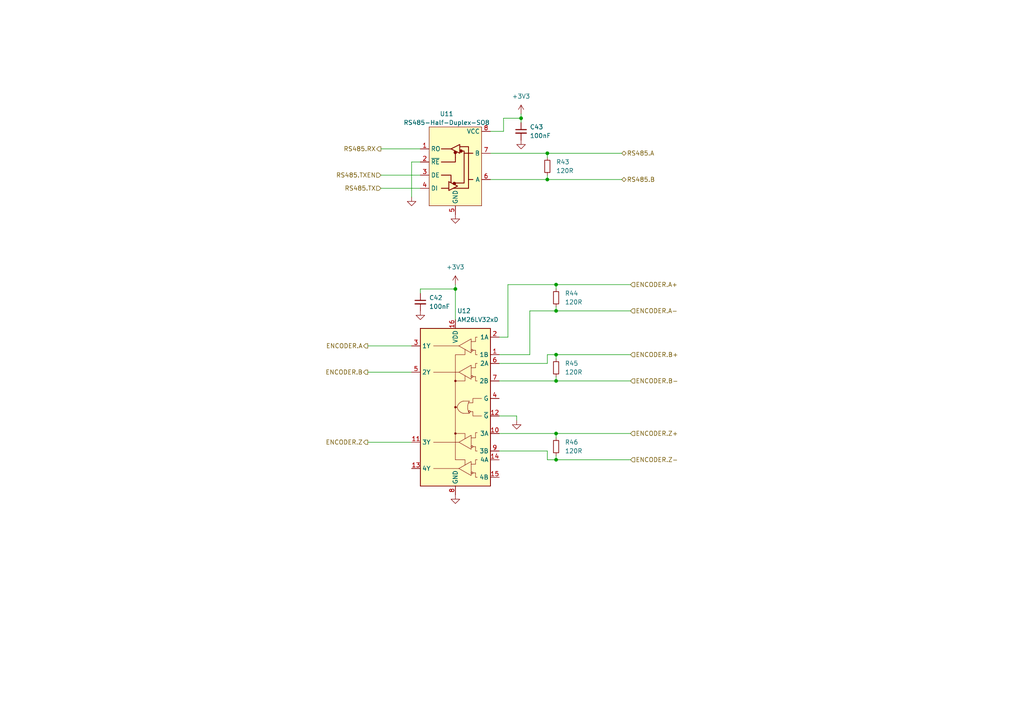
<source format=kicad_sch>
(kicad_sch (version 20211123) (generator eeschema)
  (paper "A4")
  (lib_symbols
    (symbol "Device:R_Small" (pin_numbers hide) (pin_names (offset 0.254) hide)
      (property "Reference" "R" (at 0.762 0.508 0))
      (property "Value" "R_Small" (at 0.762 -1.016 0))
      (symbol "R_Small_0_1"
        (rectangle (start -0.762 1.778) (end 0.762 -1.778) (stroke (width 0.2032)))
      )
      (symbol "R_Small_1_1"
        (pin passive line (at 0 2.54 270) (length 0.762) (name "~") (number "1"))
        (pin passive line (at 0 -2.54 90) (length 0.762) (name "~") (number "2"))
      )
    )
    (symbol "Interface:AM26LV32xD"
      (property "Reference" "U" (at -8.89 24.13 0))
      (property "Value" "AM26LV32xD" (at 10.16 24.13 0))
      (symbol "AM26LV32xD_0_1"
        (rectangle (start -10.16 22.86) (end 10.16 -22.86) (stroke (width 0.254)) (fill (type background)))
        (circle (center -4.826 16.51) (radius 0.254))
        (arc (start -4.064 -1.778) (mid -3.5541 0) (end -4.064 1.778) (stroke (width 0.127)))
        (circle (center -4.064 -1.27) (radius 0.254))
        (arc (start -2.286 -1.778) (mid -1.1381 -1.1479) (end -0.508 0) (stroke (width 0.127)))
        (arc (start -0.508 0) (mid -1.1381 1.1479) (end -2.286 1.778) (stroke (width 0.127)))
        (circle (center 0 -7.62) (radius 0.254) (fill (type outline)))
        (polyline (pts (xy -5.842 16.51) (xy -5.08 16.51)) (stroke (width 0.127)))
        (polyline (pts (xy -5.842 19.05) (xy -4.572 19.05)) (stroke (width 0.127)))
        (polyline (pts (xy -4.064 -1.778) (xy -2.286 -1.778)) (stroke (width 0.127)))
        (polyline (pts (xy -2.286 1.778) (xy -4.064 1.778)) (stroke (width 0.127)))
        (polyline (pts (xy -1.016 -17.78) (xy 6.35 -17.78)) (stroke (width 0.127)))
        (polyline (pts (xy -1.016 -10.16) (xy 6.35 -10.16)) (stroke (width 0.127)))
        (polyline (pts (xy -1.016 10.16) (xy 6.35 10.16)) (stroke (width 0.127)))
        (polyline (pts (xy -1.016 17.78) (xy 6.35 17.78)) (stroke (width 0.127)))
        (polyline (pts (xy -0.508 0) (xy 0 0)))
        (polyline (pts (xy 0 0) (xy 0 -15.24)) (stroke (width 0.127)))
        (polyline (pts (xy 0 7.62) (xy 0 0)) (stroke (width 0.127)))
        (polyline (pts (xy -5.842 -19.05) (xy -5.842 -20.32) (xy -6.35 -20.32)) (stroke (width 0.127)))
        (polyline (pts (xy -5.842 -16.51) (xy -5.842 -15.24) (xy -6.35 -15.24)) (stroke (width 0.127)))
        (polyline (pts (xy -5.842 -11.43) (xy -5.842 -12.7) (xy -6.35 -12.7)) (stroke (width 0.127)))
        (polyline (pts (xy -5.842 -8.89) (xy -5.842 -7.366) (xy -6.35 -7.366)) (stroke (width 0.127)))
        (polyline (pts (xy -5.842 8.89) (xy -5.842 7.62) (xy -6.35 7.62)) (stroke (width 0.127)))
        (polyline (pts (xy -5.842 11.43) (xy -5.842 12.7) (xy -6.35 12.7)) (stroke (width 0.127)))
        (polyline (pts (xy -5.842 19.05) (xy -5.842 20.32) (xy -6.35 20.32)) (stroke (width 0.127)))
        (polyline (pts (xy 0 -15.24) (xy -2.794 -15.24) (xy -2.794 -16.764)) (stroke (width 0.127)))
        (polyline (pts (xy 0 -7.62) (xy -2.794 -7.62) (xy -2.794 -9.144)) (stroke (width 0.127)))
        (polyline (pts (xy 0 7.62) (xy -2.794 7.62) (xy -2.794 9.144)) (stroke (width 0.127)))
        (polyline (pts (xy -7.62 2.54) (xy -5.08 2.54) (xy -5.08 1.27) (xy -3.81 1.27)) (stroke (width 0.127)))
        (polyline (pts (xy -5.842 16.51) (xy -5.842 15.24) (xy -6.096 15.24) (xy -6.35 15.24)) (stroke (width 0.127)))
        (polyline (pts (xy -4.572 19.812) (xy -4.572 15.748) (xy -1.016 17.78) (xy -4.572 19.812)) (stroke (width 0.127)))
        (polyline (pts (xy -4.318 -1.27) (xy -5.08 -1.27) (xy -5.08 -2.54) (xy -7.62 -2.54)) (stroke (width 0.127)))
        (polyline (pts (xy 0 7.62) (xy 0 15.24) (xy -2.794 15.24) (xy -2.794 16.764)) (stroke (width 0.127)))
        (circle (center 0 0) (radius 0.254) (fill (type outline)))
        (circle (center 0 7.62) (radius 0.254) (fill (type outline)))
      )
      (symbol "AM26LV32xD_1_1"
        (circle (center -4.826 -19.05) (radius 0.254))
        (circle (center -4.826 -11.43) (radius 0.254))
        (circle (center -4.826 8.89) (radius 0.254))
        (polyline (pts (xy -5.842 -19.05) (xy -5.08 -19.05)) (stroke (width 0.127)))
        (polyline (pts (xy -5.842 -16.51) (xy -4.572 -16.51)) (stroke (width 0.127)))
        (polyline (pts (xy -5.842 -11.43) (xy -5.08 -11.43)) (stroke (width 0.127)))
        (polyline (pts (xy -5.842 -8.89) (xy -4.572 -8.89)) (stroke (width 0.127)))
        (polyline (pts (xy -5.842 8.89) (xy -5.08 8.89)) (stroke (width 0.127)))
        (polyline (pts (xy -5.842 11.43) (xy -4.572 11.43)) (stroke (width 0.127)))
        (polyline (pts (xy -4.572 -15.748) (xy -4.572 -19.812) (xy -1.016 -17.78) (xy -4.572 -15.748)) (stroke (width 0.127)))
        (polyline (pts (xy -4.572 -8.128) (xy -4.572 -12.192) (xy -1.016 -10.16) (xy -4.572 -8.128)) (stroke (width 0.127)))
        (polyline (pts (xy -4.572 12.192) (xy -4.572 8.128) (xy -1.016 10.16) (xy -4.572 12.192)) (stroke (width 0.127)))
        (pin input line (at -12.7 15.24 0) (length 2.54) (name "1B") (number "1"))
        (pin input line (at -12.7 -7.62 0) (length 2.54) (name "3A") (number "10"))
        (pin tri_state line (at 12.7 -10.16 180) (length 2.54) (name "3Y") (number "11"))
        (pin input line (at -12.7 -2.54 0) (length 2.54) (name "~{G}") (number "12"))
        (pin tri_state line (at 12.7 -17.78 180) (length 2.54) (name "4Y") (number "13"))
        (pin input line (at -12.7 -15.24 0) (length 2.54) (name "4A") (number "14"))
        (pin input line (at -12.7 -20.32 0) (length 2.54) (name "4B") (number "15"))
        (pin power_in line (at 0 25.4 270) (length 2.54) (name "VDD") (number "16"))
        (pin input line (at -12.7 20.32 0) (length 2.54) (name "1A") (number "2"))
        (pin tri_state line (at 12.7 17.78 180) (length 2.54) (name "1Y") (number "3"))
        (pin input line (at -12.7 2.54 0) (length 2.54) (name "G") (number "4"))
        (pin tri_state line (at 12.7 10.16 180) (length 2.54) (name "2Y") (number "5"))
        (pin input line (at -12.7 12.7 0) (length 2.54) (name "2A") (number "6"))
        (pin input line (at -12.7 7.62 0) (length 2.54) (name "2B") (number "7"))
        (pin power_in line (at 0 -25.4 90) (length 2.54) (name "GND") (number "8"))
        (pin input line (at -12.7 -12.7 0) (length 2.54) (name "3B") (number "9"))
      )
    )
    (symbol "parts:C_Small" (pin_numbers hide) (pin_names (offset 0.254) hide)
      (property "Reference" "C" (at 0.254 1.778 0))
      (property "Value" "C_Small" (at 0.254 -2.032 0))
      (symbol "C_Small_0_1"
        (polyline (pts (xy -1.524 -0.508) (xy 1.524 -0.508)) (stroke (width 0.3302)))
        (polyline (pts (xy -1.524 0.508) (xy 1.524 0.508)) (stroke (width 0.3048)))
      )
      (symbol "C_Small_1_1"
        (pin passive line (at 0 2.54 270) (length 2.032) (name "~") (number "1"))
        (pin passive line (at 0 -2.54 90) (length 2.032) (name "~") (number "2"))
      )
    )
    (symbol "parts:GND" (power) (pin_names (offset 0))
      (symbol "GND_0_1"
        (polyline (pts (xy 0 0) (xy 0 -1.27) (xy 1.27 -1.27) (xy 0 -2.54) (xy -1.27 -1.27) (xy 0 -1.27)))
      )
      (symbol "GND_1_1"
        (pin power_in line (at 0 0 270) (length 0) hide (name "GND") (number "1"))
      )
    )
    (symbol "parts:RS485-Half-Duplex-SO8"
      (property "Reference" "U" (at -10.16 12.7 0))
      (property "Value" "RS485-Half-Duplex-SO8" (at -11.43 12.7 0))
      (symbol "RS485-Half-Duplex-SO8_0_1"
        (circle (center -0.3048 -6.223) (radius 0.3556) (stroke (width 0.254)) (fill (type outline)))
        (circle (center -0.0254 2.7686) (radius 0.3556) (stroke (width 0.254)) (fill (type outline)))
        (polyline (pts (xy -4.064 -7.62) (xy -1.905 -7.62)) (stroke (width 0.254)))
        (polyline (pts (xy -4.064 3.81) (xy -1.27 3.81)) (stroke (width 0.254)))
        (polyline (pts (xy -1.27 -5.7404) (xy -1.27 -5.9944)) (stroke (width 0.254)))
        (polyline (pts (xy -0.635 -7.62) (xy 3.81 -7.62)) (stroke (width 0.254)))
        (polyline (pts (xy 0 1.27) (xy 0 2.54)) (stroke (width 0.254)))
        (polyline (pts (xy 3.81 -5.08) (xy 5.08 -5.08)) (stroke (width 0.254)))
        (polyline (pts (xy -4.064 -3.81) (xy -1.27 -3.81) (xy -1.27 -5.842)) (stroke (width 0.254)))
        (polyline (pts (xy 0 1.27) (xy 0 0) (xy -4.064 0)) (stroke (width 0.254)))
        (polyline (pts (xy 1.27 4.445) (xy 3.81 4.445) (xy 3.81 -7.62)) (stroke (width 0.254)))
        (polyline (pts (xy 2.54 2.54) (xy 2.54 -6.096) (xy -0.254 -6.096)) (stroke (width 0.254)))
        (polyline (pts (xy -1.905 -5.715) (xy -1.905 -8.255) (xy 0.635 -6.985) (xy -1.905 -5.715)) (stroke (width 0.254)))
        (polyline (pts (xy -1.27 3.81) (xy 1.27 5.08) (xy 1.27 2.54) (xy -1.27 3.81)) (stroke (width 0.254)))
        (polyline (pts (xy 5.08 2.54) (xy 2.54 2.54) (xy 2.54 3.175) (xy 1.905 3.175)) (stroke (width 0.254)))
        (rectangle (start 1.27 4.445) (end 1.27 4.445))
        (circle (center 1.651 3.175) (radius 0.3556) (stroke (width 0.254)) (fill (type outline)))
        (rectangle (start 7.62 10.16) (end -7.62 -12.7) (fill (type background)))
      )
      (symbol "RS485-Half-Duplex-SO8_1_1"
        (pin output line (at -10.16 3.81 0) (length 2.54) (name "RO") (number "1"))
        (pin input line (at -10.16 0 0) (length 2.54) (name "~{RE}") (number "2"))
        (pin input line (at -10.16 -3.81 0) (length 2.54) (name "DE") (number "3"))
        (pin input line (at -10.16 -7.62 0) (length 2.54) (name "DI") (number "4"))
        (pin power_in line (at 0 -15.24 90) (length 2.54) (name "GND") (number "5"))
        (pin bidirectional line (at 10.16 -5.08 180) (length 2.54) (name "A") (number "6"))
        (pin bidirectional line (at 10.16 2.54 180) (length 2.54) (name "B") (number "7"))
        (pin power_in line (at 10.16 8.89 180) (length 2.54) (name "VCC") (number "8"))
      )
    )
    (symbol "power:+3.3V" (power) (pin_names (offset 0))
      (property "Value" "+3.3V" (at 0 3.556 0))
      (symbol "+3.3V_0_1"
        (polyline (pts (xy -0.762 1.27) (xy 0 2.54)))
        (polyline (pts (xy 0 0) (xy 0 2.54)))
        (polyline (pts (xy 0 2.54) (xy 0.762 1.27)))
      )
      (symbol "+3.3V_1_1"
        (pin power_in line (at 0 0 90) (length 0) hide (name "+3V3") (number "1"))
      )
    )
  )
  (junction (at 151.13 34.29))
  (junction (at 161.29 125.73))
  (junction (at 161.29 82.55))
  (junction (at 161.29 133.35))
  (junction (at 161.29 90.17))
  (junction (at 158.75 52.07))
  (junction (at 161.29 102.87))
  (junction (at 158.75 44.45))
  (junction (at 161.29 110.49))
  (junction (at 132.08 83.82))
  (wire (pts (xy 106.68 128.27) (xy 119.38 128.27)))
  (wire (pts (xy 121.92 46.99) (xy 119.38 46.99)))
  (wire (pts (xy 161.29 90.17) (xy 182.88 90.17)))
  (wire (pts (xy 161.29 102.87) (xy 161.29 104.14)))
  (wire (pts (xy 161.29 82.55) (xy 147.32 82.55)))
  (wire (pts (xy 158.75 52.07) (xy 158.75 50.8)))
  (wire (pts (xy 161.29 102.87) (xy 182.88 102.87)))
  (wire (pts (xy 158.75 52.07) (xy 180.34 52.07)))
  (wire (pts (xy 161.29 88.9) (xy 161.29 90.17)))
  (wire (pts (xy 158.75 133.35) (xy 158.75 130.81)))
  (wire (pts (xy 158.75 102.87) (xy 158.75 105.41)))
  (wire (pts (xy 147.32 82.55) (xy 147.32 97.79)))
  (wire (pts (xy 132.08 83.82) (xy 132.08 92.71)))
  (wire (pts (xy 142.24 38.1) (xy 146.05 38.1)))
  (wire (pts (xy 132.08 83.82) (xy 121.92 83.82)))
  (wire (pts (xy 146.05 34.29) (xy 146.05 38.1)))
  (wire (pts (xy 144.78 105.41) (xy 158.75 105.41)))
  (wire (pts (xy 149.86 120.65) (xy 149.86 121.92)))
  (wire (pts (xy 161.29 125.73) (xy 182.88 125.73)))
  (wire (pts (xy 121.92 83.82) (xy 121.92 85.09)))
  (wire (pts (xy 147.32 97.79) (xy 144.78 97.79)))
  (wire (pts (xy 110.49 54.61) (xy 121.92 54.61)))
  (wire (pts (xy 158.75 44.45) (xy 180.34 44.45)))
  (wire (pts (xy 161.29 133.35) (xy 182.88 133.35)))
  (wire (pts (xy 142.24 44.45) (xy 158.75 44.45)))
  (wire (pts (xy 110.49 50.8) (xy 121.92 50.8)))
  (wire (pts (xy 144.78 120.65) (xy 149.86 120.65)))
  (wire (pts (xy 106.68 107.95) (xy 119.38 107.95)))
  (wire (pts (xy 144.78 110.49) (xy 161.29 110.49)))
  (wire (pts (xy 110.49 43.18) (xy 121.92 43.18)))
  (wire (pts (xy 144.78 125.73) (xy 161.29 125.73)))
  (wire (pts (xy 161.29 82.55) (xy 182.88 82.55)))
  (wire (pts (xy 158.75 102.87) (xy 161.29 102.87)))
  (wire (pts (xy 161.29 82.55) (xy 161.29 83.82)))
  (wire (pts (xy 161.29 110.49) (xy 182.88 110.49)))
  (wire (pts (xy 151.13 34.29) (xy 146.05 34.29)))
  (wire (pts (xy 151.13 33.02) (xy 151.13 34.29)))
  (wire (pts (xy 144.78 130.81) (xy 158.75 130.81)))
  (wire (pts (xy 158.75 133.35) (xy 161.29 133.35)))
  (wire (pts (xy 153.67 90.17) (xy 161.29 90.17)))
  (wire (pts (xy 144.78 102.87) (xy 153.67 102.87)))
  (wire (pts (xy 161.29 127) (xy 161.29 125.73)))
  (wire (pts (xy 153.67 102.87) (xy 153.67 90.17)))
  (wire (pts (xy 151.13 34.29) (xy 151.13 35.56)))
  (wire (pts (xy 132.08 82.55) (xy 132.08 83.82)))
  (wire (pts (xy 106.68 100.33) (xy 119.38 100.33)))
  (wire (pts (xy 161.29 132.08) (xy 161.29 133.35)))
  (wire (pts (xy 142.24 52.07) (xy 158.75 52.07)))
  (wire (pts (xy 161.29 109.22) (xy 161.29 110.49)))
  (wire (pts (xy 119.38 46.99) (xy 119.38 57.15)))
  (wire (pts (xy 158.75 44.45) (xy 158.75 45.72)))
  (hierarchical_label "ENCODER.A+" (shape input) (at 182.88 82.55 0))
  (hierarchical_label "RS485.TX" (shape input) (at 110.49 54.61 180))
  (hierarchical_label "ENCODER.Z-" (shape input) (at 182.88 133.35 0))
  (hierarchical_label "ENCODER.B+" (shape input) (at 182.88 102.87 0))
  (hierarchical_label "RS485.B" (shape bidirectional) (at 180.34 52.07 0))
  (hierarchical_label "RS485.A" (shape bidirectional) (at 180.34 44.45 0))
  (hierarchical_label "ENCODER.A-" (shape input) (at 182.88 90.17 0))
  (hierarchical_label "ENCODER.Z+" (shape input) (at 182.88 125.73 0))
  (hierarchical_label "ENCODER.A" (shape output) (at 106.68 100.33 180))
  (hierarchical_label "ENCODER.Z" (shape output) (at 106.68 128.27 180))
  (hierarchical_label "RS485.TXEN" (shape input) (at 110.49 50.8 180))
  (hierarchical_label "RS485.RX" (shape output) (at 110.49 43.18 180))
  (hierarchical_label "ENCODER.B-" (shape input) (at 182.88 110.49 0))
  (hierarchical_label "ENCODER.B" (shape output) (at 106.68 107.95 180))
  (symbol (lib_id "parts:C_Small") (at 151.13 38.1 0) (unit 1)
    (property "Reference" "C43" (at 153.67 36.8362 0) (effects (justify left)))
    (property "Value" "100nF" (at 153.67 39.3762 0) (effects (justify left)))
  )
  (symbol (lib_id "Device:R_Small") (at 161.29 129.54 0) (unit 1)
    (property "Reference" "R46" (at 163.83 128.27 0) (effects (justify left)))
    (property "Value" "120R" (at 163.83 130.81 0) (effects (justify left)))
  )
  (symbol (lib_id "Interface:AM26LV32xD") (at 132.08 118.11 0) (mirror y) (unit 1)
    (property "Reference" "U12" (at 132.6006 90.17 0) (effects (justify right)))
    (property "Value" "AM26LV32xD" (at 132.6006 92.71 0) (effects (justify right)))
    (property "Footprint" "Package_SO:SOIC-16_3.9x9.9mm_P1.27mm" (effects hide))
    (property "Datasheet" "http://www.ti.com/lit/ds/symlink/am26lv32.pdf" (effects hide))
    (property "Primary MPN" "AM26LV32" (effects hide))
    (property "Primary Supplier" "TI" (effects hide))
  )
  (symbol (lib_id "parts:GND") (at 149.86 121.92 0) (unit 1)
    (property "Reference" "#PWR0189" (effects hide))
    (property "Value" "GND" (effects hide))
  )
  (symbol (lib_id "power:+3.3V") (at 151.13 33.02 0) (unit 1)
    (property "Reference" "#PWR0187" (effects hide))
    (property "Value" "+3.3V" (at 151.13 27.94 0))
  )
  (symbol (lib_id "parts:C_Small") (at 121.92 87.63 0) (unit 1)
    (property "Reference" "C42" (at 124.46 86.3662 0) (effects (justify left)))
    (property "Value" "100nF" (at 124.46 88.9062 0) (effects (justify left)))
  )
  (symbol (lib_id "parts:GND") (at 132.08 143.51 0) (unit 1)
    (property "Reference" "#PWR0190" (effects hide))
    (property "Value" "GND" (effects hide))
  )
  (symbol (lib_id "parts:RS485-Half-Duplex-SO8") (at 132.08 46.99 0) (unit 1)
    (property "Reference" "U11" (at 129.54 33.02 0))
    (property "Value" "RS485-Half-Duplex-SO8" (at 129.54 35.56 0))
    (property "Footprint" "Package_SO:SOIC-8_3.9x4.9mm_P1.27mm" (effects hide))
    (property "Primary MPN" "SN65HVD72" (effects hide))
    (property "Primary Supplier" "TI" (effects hide))
  )
  (symbol (lib_id "Device:R_Small") (at 161.29 86.36 0) (unit 1)
    (property "Reference" "R44" (at 163.83 85.09 0) (effects (justify left)))
    (property "Value" "120R" (at 163.83 87.63 0) (effects (justify left)))
  )
  (symbol (lib_id "parts:GND") (at 132.08 62.23 0) (unit 1)
    (property "Reference" "#PWR0186" (effects hide))
    (property "Value" "GND" (effects hide))
  )
  (symbol (lib_id "Device:R_Small") (at 161.29 106.68 0) (unit 1)
    (property "Reference" "R45" (at 163.83 105.41 0) (effects (justify left)))
    (property "Value" "120R" (at 163.83 107.95 0) (effects (justify left)))
  )
  (symbol (lib_id "parts:GND") (at 151.13 40.64 0) (unit 1)
    (property "Reference" "#PWR0188" (effects hide))
    (property "Value" "GND" (effects hide))
  )
  (symbol (lib_id "parts:GND") (at 119.38 57.15 0) (unit 1)
    (property "Reference" "#PWR0185" (effects hide))
    (property "Value" "GND" (effects hide))
  )
  (symbol (lib_id "power:+3.3V") (at 132.08 82.55 0) (unit 1)
    (property "Reference" "#PWR0191" (effects hide))
    (property "Value" "+3.3V" (at 132.08 77.47 0))
  )
  (symbol (lib_id "parts:GND") (at 121.92 90.17 0) (unit 1)
    (property "Reference" "#PWR0192" (effects hide))
    (property "Value" "GND" (effects hide))
  )
  (symbol (lib_id "Device:R_Small") (at 158.75 48.26 0) (unit 1)
    (property "Reference" "R43" (at 161.29 46.9899 0) (effects (justify left)))
    (property "Value" "120R" (at 161.29 49.5299 0) (effects (justify left)))
  )
)
</source>
